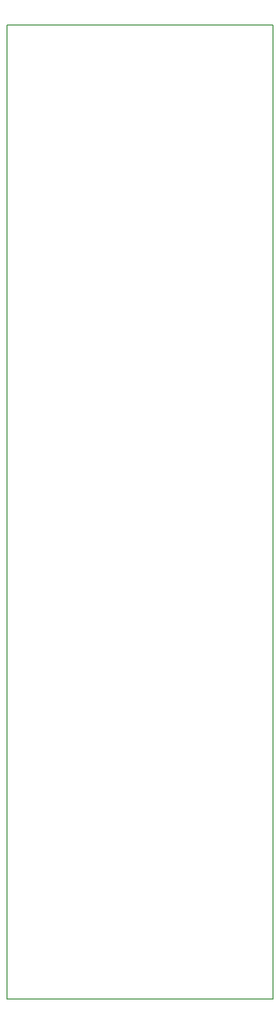
<source format=gbr>
G04 #@! TF.GenerationSoftware,KiCad,Pcbnew,(5.0.0-rc2-dev-311-g1dd4af297)*
G04 #@! TF.CreationDate,2018-07-24T10:12:30+02:00*
G04 #@! TF.ProjectId,resetUSB,72657365745553422E6B696361645F70,1.0*
G04 #@! TF.SameCoordinates,PX29ff57cPY2521014*
G04 #@! TF.FileFunction,Profile,NP*
%FSLAX46Y46*%
G04 Gerber Fmt 4.6, Leading zero omitted, Abs format (unit mm)*
G04 Created by KiCad (PCBNEW (5.0.0-rc2-dev-311-g1dd4af297)) date 07/24/18 10:12:30*
%MOMM*%
%LPD*%
G01*
G04 APERTURE LIST*
%ADD10C,0.150000*%
G04 APERTURE END LIST*
D10*
X0Y-165000000D02*
X0Y0D01*
X45000000Y-165000000D02*
X0Y-165000000D01*
X45000000Y0D02*
X45000000Y-165000000D01*
X0Y0D02*
X45000000Y0D01*
M02*

</source>
